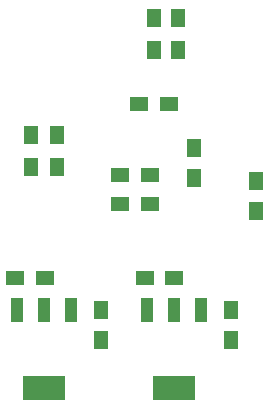
<source format=gbr>
G04 #@! TF.FileFunction,Paste,Bot*
%FSLAX46Y46*%
G04 Gerber Fmt 4.6, Leading zero omitted, Abs format (unit mm)*
G04 Created by KiCad (PCBNEW 4.0.5) date Thu Feb  9 17:30:12 2017*
%MOMM*%
%LPD*%
G01*
G04 APERTURE LIST*
%ADD10C,0.100000*%
%ADD11R,1.250000X1.500000*%
%ADD12R,1.500000X1.250000*%
%ADD13R,1.300000X1.500000*%
%ADD14R,3.657600X2.032000*%
%ADD15R,1.016000X2.032000*%
G04 APERTURE END LIST*
D10*
D11*
X152160000Y-123230000D03*
X152160000Y-125730000D03*
D12*
X147380000Y-120510000D03*
X144880000Y-120510000D03*
D11*
X141160000Y-123230000D03*
X141160000Y-125730000D03*
D12*
X136410000Y-120530000D03*
X133910000Y-120530000D03*
D13*
X135256106Y-111137512D03*
X135256106Y-108437512D03*
X137413572Y-111137512D03*
X137413572Y-108437512D03*
X147660000Y-98530000D03*
X147660000Y-101230000D03*
X145660000Y-101230000D03*
X145660000Y-98530000D03*
D14*
X147374000Y-129843112D03*
D15*
X147374000Y-123239112D03*
X149660000Y-123239112D03*
X145088000Y-123239112D03*
D14*
X136370000Y-129851112D03*
D15*
X136370000Y-123247112D03*
X138656000Y-123247112D03*
X134084000Y-123247112D03*
D12*
X145310000Y-111780000D03*
X142810000Y-111780000D03*
X145310000Y-114280000D03*
X142810000Y-114280000D03*
D11*
X149060000Y-109530000D03*
X149060000Y-112030000D03*
D12*
X144410000Y-105780000D03*
X146910000Y-105780000D03*
D11*
X154260000Y-112330000D03*
X154260000Y-114830000D03*
M02*

</source>
